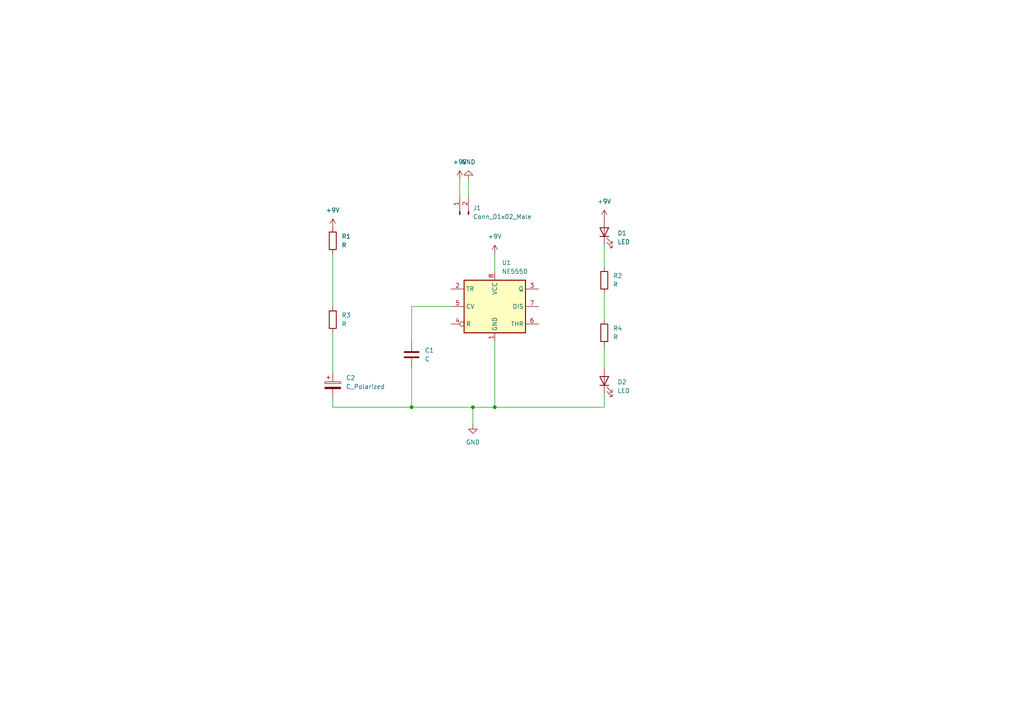
<source format=kicad_sch>
(kicad_sch (version 20211123) (generator eeschema)
  (paper "A4")
  (lib_symbols
    (symbol "Connector:Conn_01x02_Male" (pin_names (offset 1.016) hide)
      (property "Reference" "J" (at 0 2.54 0))
      (property "Value" "Conn_01x02_Male" (at 0 -5.08 0))
      (symbol "Conn_01x02_Male_1_1"
        (polyline (pts (xy 1.27 -2.54) (xy 0.8636 -2.54)) (stroke (width 0.1524)))
        (polyline (pts (xy 1.27 0) (xy 0.8636 0)) (stroke (width 0.1524)))
        (rectangle (start 0.8636 -2.413) (end 0 -2.667) (stroke (width 0.1524)) (fill (type outline)))
        (rectangle (start 0.8636 0.127) (end 0 -0.127) (stroke (width 0.1524)) (fill (type outline)))
        (pin passive line (at 5.08 0 180) (length 3.81) (name "Pin_1") (number "1"))
        (pin passive line (at 5.08 -2.54 180) (length 3.81) (name "Pin_2") (number "2"))
      )
    )
    (symbol "Device:C" (pin_numbers hide) (pin_names (offset 0.254))
      (property "Reference" "C" (at 0.635 2.54 0))
      (property "Value" "C" (at 0.635 -2.54 0))
      (symbol "C_0_1"
        (polyline (pts (xy -2.032 -0.762) (xy 2.032 -0.762)) (stroke (width 0.508)))
        (polyline (pts (xy -2.032 0.762) (xy 2.032 0.762)) (stroke (width 0.508)))
      )
      (symbol "C_1_1"
        (pin passive line (at 0 3.81 270) (length 2.794) (name "~") (number "1"))
        (pin passive line (at 0 -3.81 90) (length 2.794) (name "~") (number "2"))
      )
    )
    (symbol "Device:C_Polarized" (pin_numbers hide) (pin_names (offset 0.254))
      (property "Reference" "C" (at 0.635 2.54 0))
      (property "Value" "C_Polarized" (at 0.635 -2.54 0))
      (symbol "C_Polarized_0_1"
        (rectangle (start -2.286 0.508) (end 2.286 1.016))
        (polyline (pts (xy -1.778 2.286) (xy -0.762 2.286)))
        (polyline (pts (xy -1.27 2.794) (xy -1.27 1.778)))
        (rectangle (start 2.286 -0.508) (end -2.286 -1.016) (fill (type outline)))
      )
      (symbol "C_Polarized_1_1"
        (pin passive line (at 0 3.81 270) (length 2.794) (name "~") (number "1"))
        (pin passive line (at 0 -3.81 90) (length 2.794) (name "~") (number "2"))
      )
    )
    (symbol "Device:LED" (pin_numbers hide) (pin_names (offset 1.016) hide)
      (property "Reference" "D" (at 0 2.54 0))
      (property "Value" "LED" (at 0 -2.54 0))
      (symbol "LED_0_1"
        (polyline (pts (xy -1.27 -1.27) (xy -1.27 1.27)) (stroke (width 0.254)))
        (polyline (pts (xy -1.27 0) (xy 1.27 0)))
        (polyline (pts (xy 1.27 -1.27) (xy 1.27 1.27) (xy -1.27 0) (xy 1.27 -1.27)) (stroke (width 0.254)))
        (polyline (pts (xy -3.048 -0.762) (xy -4.572 -2.286) (xy -3.81 -2.286) (xy -4.572 -2.286) (xy -4.572 -1.524)))
        (polyline (pts (xy -1.778 -0.762) (xy -3.302 -2.286) (xy -2.54 -2.286) (xy -3.302 -2.286) (xy -3.302 -1.524)))
      )
      (symbol "LED_1_1"
        (pin passive line (at -3.81 0 0) (length 2.54) (name "K") (number "1"))
        (pin passive line (at 3.81 0 180) (length 2.54) (name "A") (number "2"))
      )
    )
    (symbol "Device:R" (pin_numbers hide) (pin_names (offset 0))
      (property "Reference" "R" (at 2.032 0 90))
      (property "Value" "R" (at 0 0 90))
      (symbol "R_0_1"
        (rectangle (start -1.016 -2.54) (end 1.016 2.54) (stroke (width 0.254)))
      )
      (symbol "R_1_1"
        (pin passive line (at 0 3.81 270) (length 1.27) (name "~") (number "1"))
        (pin passive line (at 0 -3.81 90) (length 1.27) (name "~") (number "2"))
      )
    )
    (symbol "Timer:NE555D"
      (property "Reference" "U" (at -10.16 8.89 0))
      (property "Value" "NE555D" (at 2.54 8.89 0))
      (symbol "NE555D_0_0"
        (pin power_in line (at 0 -10.16 90) (length 2.54) (name "GND") (number "1"))
        (pin power_in line (at 0 10.16 270) (length 2.54) (name "VCC") (number "8"))
      )
      (symbol "NE555D_0_1"
        (rectangle (start -8.89 -7.62) (end 8.89 7.62) (stroke (width 0.254)) (fill (type background)))
        (rectangle (start -8.89 -7.62) (end 8.89 7.62) (stroke (width 0.254)) (fill (type background)))
      )
      (symbol "NE555D_1_1"
        (pin input line (at -12.7 5.08 0) (length 3.81) (name "TR") (number "2"))
        (pin output line (at 12.7 5.08 180) (length 3.81) (name "Q") (number "3"))
        (pin input inverted (at -12.7 -5.08 0) (length 3.81) (name "R") (number "4"))
        (pin input line (at -12.7 0 0) (length 3.81) (name "CV") (number "5"))
        (pin input line (at 12.7 -5.08 180) (length 3.81) (name "THR") (number "6"))
        (pin input line (at 12.7 0 180) (length 3.81) (name "DIS") (number "7"))
      )
    )
    (symbol "power:+9V" (power) (pin_names (offset 0))
      (property "Value" "+9V" (at 0 3.556 0))
      (symbol "+9V_0_1"
        (polyline (pts (xy -0.762 1.27) (xy 0 2.54)))
        (polyline (pts (xy 0 0) (xy 0 2.54)))
        (polyline (pts (xy 0 2.54) (xy 0.762 1.27)))
      )
      (symbol "+9V_1_1"
        (pin power_in line (at 0 0 90) (length 0) hide (name "+9V") (number "1"))
      )
    )
    (symbol "power:GND" (power) (pin_names (offset 0))
      (property "Value" "GND" (at 0 -3.81 0))
      (symbol "GND_0_1"
        (polyline (pts (xy 0 0) (xy 0 -1.27) (xy 1.27 -1.27) (xy 0 -2.54) (xy -1.27 -1.27) (xy 0 -1.27)))
      )
      (symbol "GND_1_1"
        (pin power_in line (at 0 0 270) (length 0) hide (name "GND") (number "1"))
      )
    )
  )
  (junction (at 143.51 118.11))
  (junction (at 137.16 118.11))
  (junction (at 119.38 118.11))
  (wire (pts (xy 96.52 73.66) (xy 96.52 88.9)))
  (wire (pts (xy 119.38 118.11) (xy 137.16 118.11)))
  (wire (pts (xy 175.26 100.33) (xy 175.26 106.68)))
  (wire (pts (xy 96.52 118.11) (xy 119.38 118.11)))
  (wire (pts (xy 96.52 115.57) (xy 96.52 118.11)))
  (wire (pts (xy 133.35 52.07) (xy 133.35 57.15)))
  (wire (pts (xy 175.26 85.09) (xy 175.26 92.71)))
  (wire (pts (xy 143.51 99.06) (xy 143.51 118.11)))
  (wire (pts (xy 143.51 73.66) (xy 143.51 78.74)))
  (wire (pts (xy 175.26 114.3) (xy 175.26 118.11)))
  (wire (pts (xy 96.52 96.52) (xy 96.52 107.95)))
  (wire (pts (xy 119.38 99.06) (xy 119.38 88.9)))
  (wire (pts (xy 175.26 71.12) (xy 175.26 77.47)))
  (wire (pts (xy 137.16 118.11) (xy 137.16 123.19)))
  (wire (pts (xy 137.16 118.11) (xy 143.51 118.11)))
  (wire (pts (xy 143.51 118.11) (xy 175.26 118.11)))
  (wire (pts (xy 135.89 52.07) (xy 135.89 57.15)))
  (wire (pts (xy 119.38 106.68) (xy 119.38 118.11)))
  (wire (pts (xy 119.38 88.9) (xy 130.81 88.9)))
  (symbol (lib_id "power:GND") (at 135.89 52.07 180) (unit 1)
    (property "Reference" "#PWR02" (effects hide))
    (property "Value" "GND" (at 135.89 46.99 0))
  )
  (symbol (lib_id "Device:C") (at 119.38 102.87 0) (unit 1)
    (property "Reference" "C1" (at 123.19 101.5999 0) (effects (justify left)))
    (property "Value" "C" (at 123.19 104.1399 0) (effects (justify left)))
  )
  (symbol (lib_id "power:+9V") (at 143.51 73.66 0) (unit 1)
    (property "Reference" "#PWR05" (effects hide))
    (property "Value" "+9V" (at 143.51 68.58 0))
  )
  (symbol (lib_id "power:+9V") (at 133.35 52.07 0) (unit 1)
    (property "Reference" "#PWR01" (effects hide))
    (property "Value" "+9V" (at 133.35 46.99 0))
  )
  (symbol (lib_id "power:+9V") (at 96.52 66.04 0) (unit 1)
    (property "Reference" "#PWR04" (effects hide))
    (property "Value" "+9V" (at 96.52 60.96 0))
  )
  (symbol (lib_id "Device:C_Polarized") (at 96.52 111.76 0) (unit 1)
    (property "Reference" "C2" (at 100.33 109.6009 0) (effects (justify left)))
    (property "Value" "C_Polarized" (at 100.33 112.1409 0) (effects (justify left)))
  )
  (symbol (lib_id "power:GND") (at 137.16 123.19 0) (unit 1)
    (property "Reference" "#PWR06" (effects hide))
    (property "Value" "GND" (at 137.16 128.27 0))
  )
  (symbol (lib_id "Device:LED") (at 175.26 110.49 90) (unit 1)
    (property "Reference" "D2" (at 179.07 110.8074 90) (effects (justify right)))
    (property "Value" "LED" (at 179.07 113.3474 90) (effects (justify right)))
  )
  (symbol (lib_id "Device:R") (at 175.26 81.28 0) (unit 1)
    (property "Reference" "R2" (at 177.8 80.0099 0) (effects (justify left)))
    (property "Value" "R" (at 177.8 82.5499 0) (effects (justify left)))
  )
  (symbol (lib_id "Timer:NE555D") (at 143.51 88.9 0) (unit 1)
    (property "Reference" "U1" (at 145.5294 76.2 0) (effects (justify left)))
    (property "Value" "NE555D" (at 145.5294 78.74 0) (effects (justify left)))
    (property "Footprint" "Package_SO:SOIC-8_3.9x4.9mm_P1.27mm" (effects hide))
    (property "Datasheet" "http://www.ti.com/lit/ds/symlink/ne555.pdf" (effects hide))
  )
  (symbol (lib_id "Device:R") (at 175.26 96.52 0) (unit 1)
    (property "Reference" "R4" (at 177.8 95.2499 0) (effects (justify left)))
    (property "Value" "R" (at 177.8 97.7899 0) (effects (justify left)))
  )
  (symbol (lib_id "Device:LED") (at 175.26 67.31 90) (unit 1)
    (property "Reference" "D1" (at 179.07 67.6274 90) (effects (justify right)))
    (property "Value" "LED" (at 179.07 70.1674 90) (effects (justify right)))
  )
  (symbol (lib_id "Device:R") (at 96.52 92.71 0) (unit 1)
    (property "Reference" "R3" (at 99.06 91.4399 0) (effects (justify left)))
    (property "Value" "R" (at 99.06 93.9799 0) (effects (justify left)))
  )
  (symbol (lib_id "power:+9V") (at 175.26 63.5 0) (unit 1)
    (property "Reference" "#PWR03" (effects hide))
    (property "Value" "+9V" (at 175.26 58.42 0))
  )
  (symbol (lib_id "Connector:Conn_01x02_Male") (at 133.35 62.23 90) (unit 1)
    (property "Reference" "J1" (at 137.16 60.3249 90) (effects (justify right)))
    (property "Value" "Conn_01x02_Male" (at 137.16 62.8649 90) (effects (justify right)))
  )
  (symbol (lib_id "Device:R") (at 96.52 69.85 0) (unit 1)
    (property "Reference" "R1" (at 99.06 68.5799 0) (effects (justify left)))
    (property "Value" "R" (at 99.06 71.1199 0) (effects (justify left)))
  )
)
</source>
